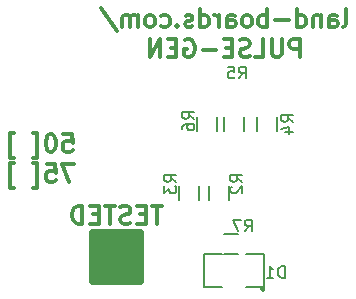
<source format=gbo>
%TF.GenerationSoftware,KiCad,Pcbnew,(5.1.10)-1*%
%TF.CreationDate,2021-09-19T13:47:21-04:00*%
%TF.ProjectId,PULSE-GEN,50554c53-452d-4474-954e-2e6b69636164,rev?*%
%TF.SameCoordinates,Original*%
%TF.FileFunction,Legend,Bot*%
%TF.FilePolarity,Positive*%
%FSLAX46Y46*%
G04 Gerber Fmt 4.6, Leading zero omitted, Abs format (unit mm)*
G04 Created by KiCad (PCBNEW (5.1.10)-1) date 2021-09-19 13:47:21*
%MOMM*%
%LPD*%
G01*
G04 APERTURE LIST*
%ADD10C,0.300000*%
%ADD11C,0.127000*%
%ADD12C,0.650000*%
%ADD13C,0.150000*%
%ADD14C,0.304800*%
G04 APERTURE END LIST*
D10*
X8928571Y-12803571D02*
X9642857Y-12803571D01*
X9714285Y-13517857D01*
X9642857Y-13446428D01*
X9500000Y-13375000D01*
X9142857Y-13375000D01*
X9000000Y-13446428D01*
X8928571Y-13517857D01*
X8857142Y-13660714D01*
X8857142Y-14017857D01*
X8928571Y-14160714D01*
X9000000Y-14232142D01*
X9142857Y-14303571D01*
X9500000Y-14303571D01*
X9642857Y-14232142D01*
X9714285Y-14160714D01*
X7928571Y-12803571D02*
X7785714Y-12803571D01*
X7642857Y-12875000D01*
X7571428Y-12946428D01*
X7500000Y-13089285D01*
X7428571Y-13375000D01*
X7428571Y-13732142D01*
X7500000Y-14017857D01*
X7571428Y-14160714D01*
X7642857Y-14232142D01*
X7785714Y-14303571D01*
X7928571Y-14303571D01*
X8071428Y-14232142D01*
X8142857Y-14160714D01*
X8214285Y-14017857D01*
X8285714Y-13732142D01*
X8285714Y-13375000D01*
X8214285Y-13089285D01*
X8142857Y-12946428D01*
X8071428Y-12875000D01*
X7928571Y-12803571D01*
X6357142Y-14803571D02*
X6714285Y-14803571D01*
X6714285Y-12660714D01*
X6357142Y-12660714D01*
X4785714Y-14803571D02*
X4428571Y-14803571D01*
X4428571Y-12660714D01*
X4785714Y-12660714D01*
X9785714Y-15353571D02*
X8785714Y-15353571D01*
X9428571Y-16853571D01*
X7500000Y-15353571D02*
X8214285Y-15353571D01*
X8285714Y-16067857D01*
X8214285Y-15996428D01*
X8071428Y-15925000D01*
X7714285Y-15925000D01*
X7571428Y-15996428D01*
X7500000Y-16067857D01*
X7428571Y-16210714D01*
X7428571Y-16567857D01*
X7500000Y-16710714D01*
X7571428Y-16782142D01*
X7714285Y-16853571D01*
X8071428Y-16853571D01*
X8214285Y-16782142D01*
X8285714Y-16710714D01*
X6357142Y-17353571D02*
X6714285Y-17353571D01*
X6714285Y-15210714D01*
X6357142Y-15210714D01*
X4785714Y-17353571D02*
X4428571Y-17353571D01*
X4428571Y-15210714D01*
X4785714Y-15210714D01*
X32641714Y-3721571D02*
X32784571Y-3650142D01*
X32856000Y-3507285D01*
X32856000Y-2221571D01*
X31427428Y-3721571D02*
X31427428Y-2935857D01*
X31498857Y-2793000D01*
X31641714Y-2721571D01*
X31927428Y-2721571D01*
X32070285Y-2793000D01*
X31427428Y-3650142D02*
X31570285Y-3721571D01*
X31927428Y-3721571D01*
X32070285Y-3650142D01*
X32141714Y-3507285D01*
X32141714Y-3364428D01*
X32070285Y-3221571D01*
X31927428Y-3150142D01*
X31570285Y-3150142D01*
X31427428Y-3078714D01*
X30713142Y-2721571D02*
X30713142Y-3721571D01*
X30713142Y-2864428D02*
X30641714Y-2793000D01*
X30498857Y-2721571D01*
X30284571Y-2721571D01*
X30141714Y-2793000D01*
X30070285Y-2935857D01*
X30070285Y-3721571D01*
X28713142Y-3721571D02*
X28713142Y-2221571D01*
X28713142Y-3650142D02*
X28856000Y-3721571D01*
X29141714Y-3721571D01*
X29284571Y-3650142D01*
X29356000Y-3578714D01*
X29427428Y-3435857D01*
X29427428Y-3007285D01*
X29356000Y-2864428D01*
X29284571Y-2793000D01*
X29141714Y-2721571D01*
X28856000Y-2721571D01*
X28713142Y-2793000D01*
X27998857Y-3150142D02*
X26856000Y-3150142D01*
X26141714Y-3721571D02*
X26141714Y-2221571D01*
X26141714Y-2793000D02*
X25998857Y-2721571D01*
X25713142Y-2721571D01*
X25570285Y-2793000D01*
X25498857Y-2864428D01*
X25427428Y-3007285D01*
X25427428Y-3435857D01*
X25498857Y-3578714D01*
X25570285Y-3650142D01*
X25713142Y-3721571D01*
X25998857Y-3721571D01*
X26141714Y-3650142D01*
X24570285Y-3721571D02*
X24713142Y-3650142D01*
X24784571Y-3578714D01*
X24856000Y-3435857D01*
X24856000Y-3007285D01*
X24784571Y-2864428D01*
X24713142Y-2793000D01*
X24570285Y-2721571D01*
X24356000Y-2721571D01*
X24213142Y-2793000D01*
X24141714Y-2864428D01*
X24070285Y-3007285D01*
X24070285Y-3435857D01*
X24141714Y-3578714D01*
X24213142Y-3650142D01*
X24356000Y-3721571D01*
X24570285Y-3721571D01*
X22784571Y-3721571D02*
X22784571Y-2935857D01*
X22856000Y-2793000D01*
X22998857Y-2721571D01*
X23284571Y-2721571D01*
X23427428Y-2793000D01*
X22784571Y-3650142D02*
X22927428Y-3721571D01*
X23284571Y-3721571D01*
X23427428Y-3650142D01*
X23498857Y-3507285D01*
X23498857Y-3364428D01*
X23427428Y-3221571D01*
X23284571Y-3150142D01*
X22927428Y-3150142D01*
X22784571Y-3078714D01*
X22070285Y-3721571D02*
X22070285Y-2721571D01*
X22070285Y-3007285D02*
X21998857Y-2864428D01*
X21927428Y-2793000D01*
X21784571Y-2721571D01*
X21641714Y-2721571D01*
X20498857Y-3721571D02*
X20498857Y-2221571D01*
X20498857Y-3650142D02*
X20641714Y-3721571D01*
X20927428Y-3721571D01*
X21070285Y-3650142D01*
X21141714Y-3578714D01*
X21213142Y-3435857D01*
X21213142Y-3007285D01*
X21141714Y-2864428D01*
X21070285Y-2793000D01*
X20927428Y-2721571D01*
X20641714Y-2721571D01*
X20498857Y-2793000D01*
X19856000Y-3650142D02*
X19713142Y-3721571D01*
X19427428Y-3721571D01*
X19284571Y-3650142D01*
X19213142Y-3507285D01*
X19213142Y-3435857D01*
X19284571Y-3293000D01*
X19427428Y-3221571D01*
X19641714Y-3221571D01*
X19784571Y-3150142D01*
X19856000Y-3007285D01*
X19856000Y-2935857D01*
X19784571Y-2793000D01*
X19641714Y-2721571D01*
X19427428Y-2721571D01*
X19284571Y-2793000D01*
X18570285Y-3578714D02*
X18498857Y-3650142D01*
X18570285Y-3721571D01*
X18641714Y-3650142D01*
X18570285Y-3578714D01*
X18570285Y-3721571D01*
X17213142Y-3650142D02*
X17356000Y-3721571D01*
X17641714Y-3721571D01*
X17784571Y-3650142D01*
X17856000Y-3578714D01*
X17927428Y-3435857D01*
X17927428Y-3007285D01*
X17856000Y-2864428D01*
X17784571Y-2793000D01*
X17641714Y-2721571D01*
X17356000Y-2721571D01*
X17213142Y-2793000D01*
X16356000Y-3721571D02*
X16498857Y-3650142D01*
X16570285Y-3578714D01*
X16641714Y-3435857D01*
X16641714Y-3007285D01*
X16570285Y-2864428D01*
X16498857Y-2793000D01*
X16356000Y-2721571D01*
X16141714Y-2721571D01*
X15998857Y-2793000D01*
X15927428Y-2864428D01*
X15856000Y-3007285D01*
X15856000Y-3435857D01*
X15927428Y-3578714D01*
X15998857Y-3650142D01*
X16141714Y-3721571D01*
X16356000Y-3721571D01*
X15213142Y-3721571D02*
X15213142Y-2721571D01*
X15213142Y-2864428D02*
X15141714Y-2793000D01*
X14998857Y-2721571D01*
X14784571Y-2721571D01*
X14641714Y-2793000D01*
X14570285Y-2935857D01*
X14570285Y-3721571D01*
X14570285Y-2935857D02*
X14498857Y-2793000D01*
X14356000Y-2721571D01*
X14141714Y-2721571D01*
X13998857Y-2793000D01*
X13927428Y-2935857D01*
X13927428Y-3721571D01*
X12141714Y-2150142D02*
X13427428Y-4078714D01*
X28927428Y-6271571D02*
X28927428Y-4771571D01*
X28356000Y-4771571D01*
X28213142Y-4843000D01*
X28141714Y-4914428D01*
X28070285Y-5057285D01*
X28070285Y-5271571D01*
X28141714Y-5414428D01*
X28213142Y-5485857D01*
X28356000Y-5557285D01*
X28927428Y-5557285D01*
X27427428Y-4771571D02*
X27427428Y-5985857D01*
X27356000Y-6128714D01*
X27284571Y-6200142D01*
X27141714Y-6271571D01*
X26856000Y-6271571D01*
X26713142Y-6200142D01*
X26641714Y-6128714D01*
X26570285Y-5985857D01*
X26570285Y-4771571D01*
X25141714Y-6271571D02*
X25856000Y-6271571D01*
X25856000Y-4771571D01*
X24713142Y-6200142D02*
X24498857Y-6271571D01*
X24141714Y-6271571D01*
X23998857Y-6200142D01*
X23927428Y-6128714D01*
X23856000Y-5985857D01*
X23856000Y-5843000D01*
X23927428Y-5700142D01*
X23998857Y-5628714D01*
X24141714Y-5557285D01*
X24427428Y-5485857D01*
X24570285Y-5414428D01*
X24641714Y-5343000D01*
X24713142Y-5200142D01*
X24713142Y-5057285D01*
X24641714Y-4914428D01*
X24570285Y-4843000D01*
X24427428Y-4771571D01*
X24070285Y-4771571D01*
X23856000Y-4843000D01*
X23213142Y-5485857D02*
X22713142Y-5485857D01*
X22498857Y-6271571D02*
X23213142Y-6271571D01*
X23213142Y-4771571D01*
X22498857Y-4771571D01*
X21856000Y-5700142D02*
X20713142Y-5700142D01*
X19213142Y-4843000D02*
X19356000Y-4771571D01*
X19570285Y-4771571D01*
X19784571Y-4843000D01*
X19927428Y-4985857D01*
X19998857Y-5128714D01*
X20070285Y-5414428D01*
X20070285Y-5628714D01*
X19998857Y-5914428D01*
X19927428Y-6057285D01*
X19784571Y-6200142D01*
X19570285Y-6271571D01*
X19427428Y-6271571D01*
X19213142Y-6200142D01*
X19141714Y-6128714D01*
X19141714Y-5628714D01*
X19427428Y-5628714D01*
X18498857Y-5485857D02*
X17998857Y-5485857D01*
X17784571Y-6271571D02*
X18498857Y-6271571D01*
X18498857Y-4771571D01*
X17784571Y-4771571D01*
X17141714Y-6271571D02*
X17141714Y-4771571D01*
X16284571Y-6271571D01*
X16284571Y-4771571D01*
D11*
%TO.C,D1*%
X20828000Y-22987000D02*
X22352000Y-22987000D01*
X20828000Y-25781000D02*
X20828000Y-22987000D01*
X22352000Y-25781000D02*
X20828000Y-25781000D01*
X25908000Y-25781000D02*
X24384000Y-25781000D01*
X25908000Y-22987000D02*
X25908000Y-25781000D01*
X24384000Y-22987000D02*
X25908000Y-22987000D01*
X25960605Y-25908000D02*
G75*
G03*
X25960605Y-25908000I-179605J0D01*
G01*
D12*
%TO.C,TESTED*%
X11400000Y-24700000D02*
X15400000Y-24700000D01*
X11400000Y-24200000D02*
X11400000Y-24700000D01*
X15400000Y-24200000D02*
X11400000Y-24200000D01*
X15400000Y-23700000D02*
X15400000Y-24200000D01*
X14900000Y-23700000D02*
X15400000Y-23700000D01*
X11400000Y-23700000D02*
X14900000Y-23700000D01*
X11400000Y-23200000D02*
X11400000Y-23700000D01*
X15400000Y-23200000D02*
X11400000Y-23200000D01*
X15400000Y-22700000D02*
X15400000Y-23200000D01*
X11400000Y-22700000D02*
X15400000Y-22700000D01*
X11400000Y-22200000D02*
X11400000Y-22700000D01*
X15400000Y-22200000D02*
X11400000Y-22200000D01*
X15400000Y-21700000D02*
X15400000Y-22200000D01*
X11400000Y-21700000D02*
X15400000Y-21700000D01*
X11400000Y-21200000D02*
X11400000Y-21700000D01*
X11400000Y-25200000D02*
X11400000Y-21200000D01*
X15400000Y-25200000D02*
X11400000Y-25200000D01*
X15400000Y-21200000D02*
X15400000Y-25200000D01*
X11400000Y-21200000D02*
X15400000Y-21200000D01*
D13*
%TO.C,R2*%
X22973000Y-18380000D02*
X22973000Y-17180000D01*
X21223000Y-17180000D02*
X21223000Y-18380000D01*
%TO.C,R3*%
X20433000Y-18380000D02*
X20433000Y-17180000D01*
X18683000Y-17180000D02*
X18683000Y-18380000D01*
%TO.C,R4*%
X25287000Y-11338000D02*
X25287000Y-12538000D01*
X27037000Y-12538000D02*
X27037000Y-11338000D01*
%TO.C,R5*%
X22493000Y-11338000D02*
X22493000Y-12538000D01*
X24243000Y-12538000D02*
X24243000Y-11338000D01*
%TO.C,R6*%
X20207000Y-11338000D02*
X20207000Y-12538000D01*
X21957000Y-12538000D02*
X21957000Y-11338000D01*
%TO.C,R7*%
X22514000Y-22973000D02*
X23714000Y-22973000D01*
X23714000Y-21223000D02*
X22514000Y-21223000D01*
%TO.C,D1*%
X27662095Y-24963380D02*
X27662095Y-23963380D01*
X27424000Y-23963380D01*
X27281142Y-24011000D01*
X27185904Y-24106238D01*
X27138285Y-24201476D01*
X27090666Y-24391952D01*
X27090666Y-24534809D01*
X27138285Y-24725285D01*
X27185904Y-24820523D01*
X27281142Y-24915761D01*
X27424000Y-24963380D01*
X27662095Y-24963380D01*
X26138285Y-24963380D02*
X26709714Y-24963380D01*
X26424000Y-24963380D02*
X26424000Y-23963380D01*
X26519238Y-24106238D01*
X26614476Y-24201476D01*
X26709714Y-24249095D01*
%TO.C,TESTED*%
D14*
X17282571Y-18865428D02*
X16411714Y-18865428D01*
X16847142Y-20389428D02*
X16847142Y-18865428D01*
X15903714Y-19591142D02*
X15395714Y-19591142D01*
X15178000Y-20389428D02*
X15903714Y-20389428D01*
X15903714Y-18865428D01*
X15178000Y-18865428D01*
X14597428Y-20316857D02*
X14379714Y-20389428D01*
X14016857Y-20389428D01*
X13871714Y-20316857D01*
X13799142Y-20244285D01*
X13726571Y-20099142D01*
X13726571Y-19954000D01*
X13799142Y-19808857D01*
X13871714Y-19736285D01*
X14016857Y-19663714D01*
X14307142Y-19591142D01*
X14452285Y-19518571D01*
X14524857Y-19446000D01*
X14597428Y-19300857D01*
X14597428Y-19155714D01*
X14524857Y-19010571D01*
X14452285Y-18938000D01*
X14307142Y-18865428D01*
X13944285Y-18865428D01*
X13726571Y-18938000D01*
X13291142Y-18865428D02*
X12420285Y-18865428D01*
X12855714Y-20389428D02*
X12855714Y-18865428D01*
X11912285Y-19591142D02*
X11404285Y-19591142D01*
X11186571Y-20389428D02*
X11912285Y-20389428D01*
X11912285Y-18865428D01*
X11186571Y-18865428D01*
X10533428Y-20389428D02*
X10533428Y-18865428D01*
X10170571Y-18865428D01*
X9952857Y-18938000D01*
X9807714Y-19083142D01*
X9735142Y-19228285D01*
X9662571Y-19518571D01*
X9662571Y-19736285D01*
X9735142Y-20026571D01*
X9807714Y-20171714D01*
X9952857Y-20316857D01*
X10170571Y-20389428D01*
X10533428Y-20389428D01*
%TO.C,R2*%
D13*
X24074380Y-16851333D02*
X23598190Y-16518000D01*
X24074380Y-16279904D02*
X23074380Y-16279904D01*
X23074380Y-16660857D01*
X23122000Y-16756095D01*
X23169619Y-16803714D01*
X23264857Y-16851333D01*
X23407714Y-16851333D01*
X23502952Y-16803714D01*
X23550571Y-16756095D01*
X23598190Y-16660857D01*
X23598190Y-16279904D01*
X23169619Y-17232285D02*
X23122000Y-17279904D01*
X23074380Y-17375142D01*
X23074380Y-17613238D01*
X23122000Y-17708476D01*
X23169619Y-17756095D01*
X23264857Y-17803714D01*
X23360095Y-17803714D01*
X23502952Y-17756095D01*
X24074380Y-17184666D01*
X24074380Y-17803714D01*
%TO.C,R3*%
X18486380Y-16851333D02*
X18010190Y-16518000D01*
X18486380Y-16279904D02*
X17486380Y-16279904D01*
X17486380Y-16660857D01*
X17534000Y-16756095D01*
X17581619Y-16803714D01*
X17676857Y-16851333D01*
X17819714Y-16851333D01*
X17914952Y-16803714D01*
X17962571Y-16756095D01*
X18010190Y-16660857D01*
X18010190Y-16279904D01*
X17486380Y-17184666D02*
X17486380Y-17803714D01*
X17867333Y-17470380D01*
X17867333Y-17613238D01*
X17914952Y-17708476D01*
X17962571Y-17756095D01*
X18057809Y-17803714D01*
X18295904Y-17803714D01*
X18391142Y-17756095D01*
X18438761Y-17708476D01*
X18486380Y-17613238D01*
X18486380Y-17327523D01*
X18438761Y-17232285D01*
X18391142Y-17184666D01*
%TO.C,R4*%
X28392380Y-11771333D02*
X27916190Y-11438000D01*
X28392380Y-11199904D02*
X27392380Y-11199904D01*
X27392380Y-11580857D01*
X27440000Y-11676095D01*
X27487619Y-11723714D01*
X27582857Y-11771333D01*
X27725714Y-11771333D01*
X27820952Y-11723714D01*
X27868571Y-11676095D01*
X27916190Y-11580857D01*
X27916190Y-11199904D01*
X27725714Y-12628476D02*
X28392380Y-12628476D01*
X27344761Y-12390380D02*
X28059047Y-12152285D01*
X28059047Y-12771333D01*
%TO.C,R5*%
X23788666Y-8072380D02*
X24122000Y-7596190D01*
X24360095Y-8072380D02*
X24360095Y-7072380D01*
X23979142Y-7072380D01*
X23883904Y-7120000D01*
X23836285Y-7167619D01*
X23788666Y-7262857D01*
X23788666Y-7405714D01*
X23836285Y-7500952D01*
X23883904Y-7548571D01*
X23979142Y-7596190D01*
X24360095Y-7596190D01*
X22883904Y-7072380D02*
X23360095Y-7072380D01*
X23407714Y-7548571D01*
X23360095Y-7500952D01*
X23264857Y-7453333D01*
X23026761Y-7453333D01*
X22931523Y-7500952D01*
X22883904Y-7548571D01*
X22836285Y-7643809D01*
X22836285Y-7881904D01*
X22883904Y-7977142D01*
X22931523Y-8024761D01*
X23026761Y-8072380D01*
X23264857Y-8072380D01*
X23360095Y-8024761D01*
X23407714Y-7977142D01*
%TO.C,R6*%
X20010380Y-11517333D02*
X19534190Y-11184000D01*
X20010380Y-10945904D02*
X19010380Y-10945904D01*
X19010380Y-11326857D01*
X19058000Y-11422095D01*
X19105619Y-11469714D01*
X19200857Y-11517333D01*
X19343714Y-11517333D01*
X19438952Y-11469714D01*
X19486571Y-11422095D01*
X19534190Y-11326857D01*
X19534190Y-10945904D01*
X19010380Y-12374476D02*
X19010380Y-12184000D01*
X19058000Y-12088761D01*
X19105619Y-12041142D01*
X19248476Y-11945904D01*
X19438952Y-11898285D01*
X19819904Y-11898285D01*
X19915142Y-11945904D01*
X19962761Y-11993523D01*
X20010380Y-12088761D01*
X20010380Y-12279238D01*
X19962761Y-12374476D01*
X19915142Y-12422095D01*
X19819904Y-12469714D01*
X19581809Y-12469714D01*
X19486571Y-12422095D01*
X19438952Y-12374476D01*
X19391333Y-12279238D01*
X19391333Y-12088761D01*
X19438952Y-11993523D01*
X19486571Y-11945904D01*
X19581809Y-11898285D01*
%TO.C,R7*%
X24296666Y-21026380D02*
X24630000Y-20550190D01*
X24868095Y-21026380D02*
X24868095Y-20026380D01*
X24487142Y-20026380D01*
X24391904Y-20074000D01*
X24344285Y-20121619D01*
X24296666Y-20216857D01*
X24296666Y-20359714D01*
X24344285Y-20454952D01*
X24391904Y-20502571D01*
X24487142Y-20550190D01*
X24868095Y-20550190D01*
X23963333Y-20026380D02*
X23296666Y-20026380D01*
X23725238Y-21026380D01*
%TD*%
M02*

</source>
